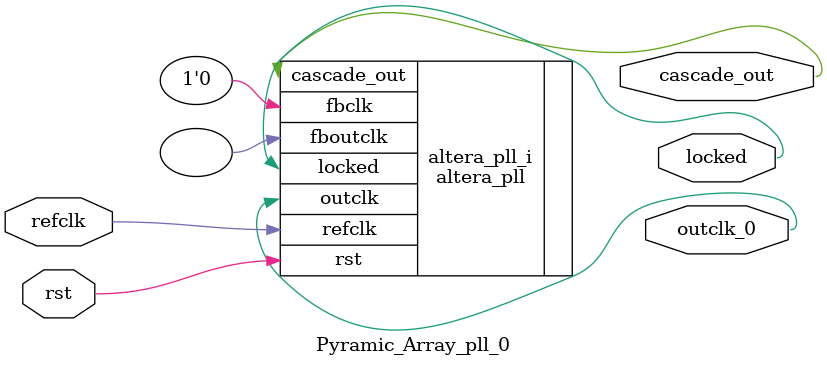
<source format=v>
`timescale 1ns/10ps
module  Pyramic_Array_pll_0(

	// interface 'refclk'
	input wire refclk,

	// interface 'reset'
	input wire rst,

	// interface 'outclk0'
	output wire outclk_0,

	// interface 'locked'
	output wire locked,

	// interface 'cascade_out'
	output wire cascade_out
);

	altera_pll #(
		.fractional_vco_multiplier("false"),
		.reference_clock_frequency("50.0 MHz"),
		.pll_fractional_cout(32),
		.pll_dsm_out_sel("1st_order"),
		.operation_mode("normal"),
		.number_of_clocks(1),
		.output_clock_frequency0("48.000000 MHz"),
		.phase_shift0("0 ps"),
		.duty_cycle0(50),
		.output_clock_frequency1("0 MHz"),
		.phase_shift1("0 ps"),
		.duty_cycle1(50),
		.output_clock_frequency2("0 MHz"),
		.phase_shift2("0 ps"),
		.duty_cycle2(50),
		.output_clock_frequency3("0 MHz"),
		.phase_shift3("0 ps"),
		.duty_cycle3(50),
		.output_clock_frequency4("0 MHz"),
		.phase_shift4("0 ps"),
		.duty_cycle4(50),
		.output_clock_frequency5("0 MHz"),
		.phase_shift5("0 ps"),
		.duty_cycle5(50),
		.output_clock_frequency6("0 MHz"),
		.phase_shift6("0 ps"),
		.duty_cycle6(50),
		.output_clock_frequency7("0 MHz"),
		.phase_shift7("0 ps"),
		.duty_cycle7(50),
		.output_clock_frequency8("0 MHz"),
		.phase_shift8("0 ps"),
		.duty_cycle8(50),
		.output_clock_frequency9("0 MHz"),
		.phase_shift9("0 ps"),
		.duty_cycle9(50),
		.output_clock_frequency10("0 MHz"),
		.phase_shift10("0 ps"),
		.duty_cycle10(50),
		.output_clock_frequency11("0 MHz"),
		.phase_shift11("0 ps"),
		.duty_cycle11(50),
		.output_clock_frequency12("0 MHz"),
		.phase_shift12("0 ps"),
		.duty_cycle12(50),
		.output_clock_frequency13("0 MHz"),
		.phase_shift13("0 ps"),
		.duty_cycle13(50),
		.output_clock_frequency14("0 MHz"),
		.phase_shift14("0 ps"),
		.duty_cycle14(50),
		.output_clock_frequency15("0 MHz"),
		.phase_shift15("0 ps"),
		.duty_cycle15(50),
		.output_clock_frequency16("0 MHz"),
		.phase_shift16("0 ps"),
		.duty_cycle16(50),
		.output_clock_frequency17("0 MHz"),
		.phase_shift17("0 ps"),
		.duty_cycle17(50),
		.pll_type("Cyclone V"),
		.pll_subtype("General"),
		.m_cnt_hi_div(24),
		.m_cnt_lo_div(24),
		.n_cnt_hi_div(3),
		.n_cnt_lo_div(2),
		.m_cnt_bypass_en("false"),
		.n_cnt_bypass_en("false"),
		.m_cnt_odd_div_duty_en("false"),
		.n_cnt_odd_div_duty_en("true"),
		.c_cnt_hi_div0(5),
		.c_cnt_lo_div0(5),
		.c_cnt_prst0(1),
		.c_cnt_ph_mux_prst0(0),
		.c_cnt_in_src0("ph_mux_clk"),
		.c_cnt_bypass_en0("false"),
		.c_cnt_odd_div_duty_en0("false"),
		.c_cnt_hi_div1(1),
		.c_cnt_lo_div1(1),
		.c_cnt_prst1(1),
		.c_cnt_ph_mux_prst1(0),
		.c_cnt_in_src1("ph_mux_clk"),
		.c_cnt_bypass_en1("true"),
		.c_cnt_odd_div_duty_en1("false"),
		.c_cnt_hi_div2(1),
		.c_cnt_lo_div2(1),
		.c_cnt_prst2(1),
		.c_cnt_ph_mux_prst2(0),
		.c_cnt_in_src2("ph_mux_clk"),
		.c_cnt_bypass_en2("true"),
		.c_cnt_odd_div_duty_en2("false"),
		.c_cnt_hi_div3(1),
		.c_cnt_lo_div3(1),
		.c_cnt_prst3(1),
		.c_cnt_ph_mux_prst3(0),
		.c_cnt_in_src3("ph_mux_clk"),
		.c_cnt_bypass_en3("true"),
		.c_cnt_odd_div_duty_en3("false"),
		.c_cnt_hi_div4(1),
		.c_cnt_lo_div4(1),
		.c_cnt_prst4(1),
		.c_cnt_ph_mux_prst4(0),
		.c_cnt_in_src4("ph_mux_clk"),
		.c_cnt_bypass_en4("true"),
		.c_cnt_odd_div_duty_en4("false"),
		.c_cnt_hi_div5(1),
		.c_cnt_lo_div5(1),
		.c_cnt_prst5(1),
		.c_cnt_ph_mux_prst5(0),
		.c_cnt_in_src5("ph_mux_clk"),
		.c_cnt_bypass_en5("true"),
		.c_cnt_odd_div_duty_en5("false"),
		.c_cnt_hi_div6(1),
		.c_cnt_lo_div6(1),
		.c_cnt_prst6(1),
		.c_cnt_ph_mux_prst6(0),
		.c_cnt_in_src6("ph_mux_clk"),
		.c_cnt_bypass_en6("true"),
		.c_cnt_odd_div_duty_en6("false"),
		.c_cnt_hi_div7(1),
		.c_cnt_lo_div7(1),
		.c_cnt_prst7(1),
		.c_cnt_ph_mux_prst7(0),
		.c_cnt_in_src7("ph_mux_clk"),
		.c_cnt_bypass_en7("true"),
		.c_cnt_odd_div_duty_en7("false"),
		.c_cnt_hi_div8(1),
		.c_cnt_lo_div8(1),
		.c_cnt_prst8(1),
		.c_cnt_ph_mux_prst8(0),
		.c_cnt_in_src8("ph_mux_clk"),
		.c_cnt_bypass_en8("true"),
		.c_cnt_odd_div_duty_en8("false"),
		.c_cnt_hi_div9(1),
		.c_cnt_lo_div9(1),
		.c_cnt_prst9(1),
		.c_cnt_ph_mux_prst9(0),
		.c_cnt_in_src9("ph_mux_clk"),
		.c_cnt_bypass_en9("true"),
		.c_cnt_odd_div_duty_en9("false"),
		.c_cnt_hi_div10(1),
		.c_cnt_lo_div10(1),
		.c_cnt_prst10(1),
		.c_cnt_ph_mux_prst10(0),
		.c_cnt_in_src10("ph_mux_clk"),
		.c_cnt_bypass_en10("true"),
		.c_cnt_odd_div_duty_en10("false"),
		.c_cnt_hi_div11(1),
		.c_cnt_lo_div11(1),
		.c_cnt_prst11(1),
		.c_cnt_ph_mux_prst11(0),
		.c_cnt_in_src11("ph_mux_clk"),
		.c_cnt_bypass_en11("true"),
		.c_cnt_odd_div_duty_en11("false"),
		.c_cnt_hi_div12(1),
		.c_cnt_lo_div12(1),
		.c_cnt_prst12(1),
		.c_cnt_ph_mux_prst12(0),
		.c_cnt_in_src12("ph_mux_clk"),
		.c_cnt_bypass_en12("true"),
		.c_cnt_odd_div_duty_en12("false"),
		.c_cnt_hi_div13(1),
		.c_cnt_lo_div13(1),
		.c_cnt_prst13(1),
		.c_cnt_ph_mux_prst13(0),
		.c_cnt_in_src13("ph_mux_clk"),
		.c_cnt_bypass_en13("true"),
		.c_cnt_odd_div_duty_en13("false"),
		.c_cnt_hi_div14(1),
		.c_cnt_lo_div14(1),
		.c_cnt_prst14(1),
		.c_cnt_ph_mux_prst14(0),
		.c_cnt_in_src14("ph_mux_clk"),
		.c_cnt_bypass_en14("true"),
		.c_cnt_odd_div_duty_en14("false"),
		.c_cnt_hi_div15(1),
		.c_cnt_lo_div15(1),
		.c_cnt_prst15(1),
		.c_cnt_ph_mux_prst15(0),
		.c_cnt_in_src15("ph_mux_clk"),
		.c_cnt_bypass_en15("true"),
		.c_cnt_odd_div_duty_en15("false"),
		.c_cnt_hi_div16(1),
		.c_cnt_lo_div16(1),
		.c_cnt_prst16(1),
		.c_cnt_ph_mux_prst16(0),
		.c_cnt_in_src16("ph_mux_clk"),
		.c_cnt_bypass_en16("true"),
		.c_cnt_odd_div_duty_en16("false"),
		.c_cnt_hi_div17(1),
		.c_cnt_lo_div17(1),
		.c_cnt_prst17(1),
		.c_cnt_ph_mux_prst17(0),
		.c_cnt_in_src17("ph_mux_clk"),
		.c_cnt_bypass_en17("true"),
		.c_cnt_odd_div_duty_en17("false"),
		.pll_vco_div(2),
		.pll_cp_current(20),
		.pll_bwctrl(10000),
		.pll_output_clk_frequency("480.0 MHz"),
		.pll_fractional_division("1"),
		.mimic_fbclk_type("gclk"),
		.pll_fbclk_mux_1("glb"),
		.pll_fbclk_mux_2("fb_1"),
		.pll_m_cnt_in_src("ph_mux_clk"),
		.pll_slf_rst("false")
	) altera_pll_i (
		.rst	(rst),
		.outclk	({outclk_0}),
		.locked	(locked),
		.fboutclk	( ),
		.fbclk	(1'b0),
		.refclk	(refclk),
		.cascade_out	(cascade_out)
	);
endmodule


</source>
